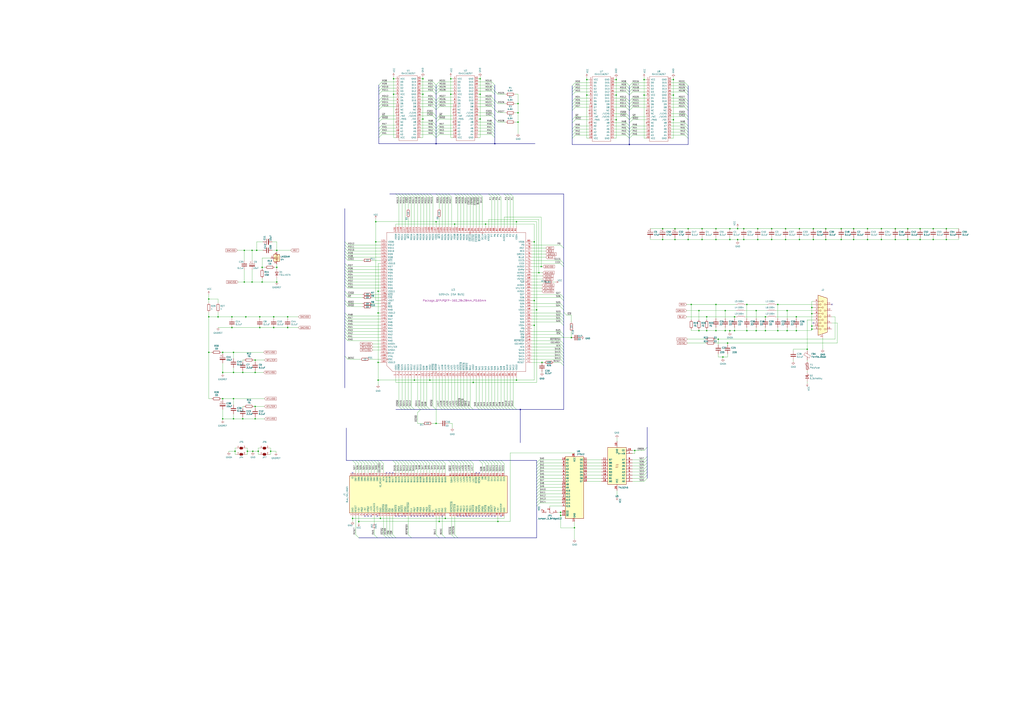
<source format=kicad_sch>
(kicad_sch
	(version 20250114)
	(generator "eeschema")
	(generator_version "9.0")
	(uuid "4a1fd320-e82a-408b-bd41-eddf9c8578fa")
	(paper "A1")
	
	(junction
		(at 312.42 426.085)
		(diameter 0)
		(color 0 0 0 0)
		(uuid "0187054e-dc64-441f-be06-bce37dffeb76")
	)
	(junction
		(at 438.785 267.335)
		(diameter 0)
		(color 0 0 0 0)
		(uuid "01b6eb94-1eef-4b81-bd35-3ded3609e64d")
	)
	(junction
		(at 209.55 334.01)
		(diameter 0)
		(color 0 0 0 0)
		(uuid "03d1fda2-a03c-4f28-b944-6d8102c87613")
	)
	(junction
		(at 460.375 421.005)
		(diameter 0)
		(color 0 0 0 0)
		(uuid "03e7cb55-61f1-4464-9503-ca6c2676631b")
	)
	(junction
		(at 209.55 295.91)
		(diameter 0)
		(color 0 0 0 0)
		(uuid "0523cecc-f0c3-479f-bf9b-e1870bea1a81")
	)
	(junction
		(at 360.68 428.625)
		(diameter 0)
		(color 0 0 0 0)
		(uuid "05b2ff9d-3c55-4117-bd2e-6e0e62ca01ee")
	)
	(junction
		(at 690.88 196.85)
		(diameter 0)
		(color 0 0 0 0)
		(uuid "05fdd3d0-2dae-408e-b8c5-e37a5aa66121")
	)
	(junction
		(at 554.355 187.96)
		(diameter 0)
		(color 0 0 0 0)
		(uuid "08913714-20d4-4bd8-84d2-3b13d3de02ff")
	)
	(junction
		(at 425.45 85.09)
		(diameter 0)
		(color 0 0 0 0)
		(uuid "08d45128-73cd-447d-8a22-ed7a783d901f")
	)
	(junction
		(at 199.39 306.07)
		(diameter 0)
		(color 0 0 0 0)
		(uuid "09b8f961-016a-4dd9-8a41-26236a46fa81")
	)
	(junction
		(at 638.81 271.78)
		(diameter 0)
		(color 0 0 0 0)
		(uuid "0a13acd6-0984-45b8-a8a1-d671f0d15d0b")
	)
	(junction
		(at 553.085 78.105)
		(diameter 0)
		(color 0 0 0 0)
		(uuid "0bf193ff-8aa7-4824-aa54-9f2e5d192b59")
	)
	(junction
		(at 723.9 196.85)
		(diameter 0)
		(color 0 0 0 0)
		(uuid "0c1a7b76-8268-41d7-9cdd-23599dc8d2b4")
	)
	(junction
		(at 171.45 245.745)
		(diameter 0)
		(color 0 0 0 0)
		(uuid "0c596f38-753c-4c5d-a53b-54702ff51335")
	)
	(junction
		(at 227.33 219.71)
		(diameter 0)
		(color 0 0 0 0)
		(uuid "0db8a95c-7935-4766-94ba-dc010919a89f")
	)
	(junction
		(at 215.265 231.775)
		(diameter 0)
		(color 0 0 0 0)
		(uuid "0e7d6fc4-65fa-4769-abb0-8a841d47f9c9")
	)
	(junction
		(at 207.01 231.775)
		(diameter 0)
		(color 0 0 0 0)
		(uuid "0fcb1f3f-cf81-440d-8bc7-96938e29ced3")
	)
	(junction
		(at 444.5 219.075)
		(diameter 0)
		(color 0 0 0 0)
		(uuid "123b8c4c-b5be-4841-909e-715570cc3e2e")
	)
	(junction
		(at 723.9 187.96)
		(diameter 0)
		(color 0 0 0 0)
		(uuid "12450cc5-739f-4efc-91f2-6360b458e067")
	)
	(junction
		(at 646.43 255.27)
		(diameter 0)
		(color 0 0 0 0)
		(uuid "134ca02f-4492-4752-a26d-a621c078556f")
	)
	(junction
		(at 408.94 428.625)
		(diameter 0)
		(color 0 0 0 0)
		(uuid "142ac170-3690-49b8-8271-c858018e9e1a")
	)
	(junction
		(at 633.73 196.85)
		(diameter 0)
		(color 0 0 0 0)
		(uuid "17519989-103b-4428-bd26-34653d3cb047")
	)
	(junction
		(at 215.265 219.71)
		(diameter 0)
		(color 0 0 0 0)
		(uuid "17e9e2a9-b6b1-4679-8ba9-8ff770d0c6a5")
	)
	(junction
		(at 310.515 312.42)
		(diameter 0)
		(color 0 0 0 0)
		(uuid "19da9c58-5bc3-4dbe-8ff8-0034bf3750cd")
	)
	(junction
		(at 678.18 187.96)
		(diameter 0)
		(color 0 0 0 0)
		(uuid "19e3c397-c4f4-4c84-a939-888a529c09f7")
	)
	(junction
		(at 580.39 271.78)
		(diameter 0)
		(color 0 0 0 0)
		(uuid "1a37ffc3-95ea-4992-bb85-a312d91602aa")
	)
	(junction
		(at 668.02 196.85)
		(diameter 0)
		(color 0 0 0 0)
		(uuid "1be4699f-2755-407c-bfd5-eeb82f8c3e40")
	)
	(junction
		(at 712.47 196.85)
		(diameter 0)
		(color 0 0 0 0)
		(uuid "1c5d6a04-49dd-4cd2-94f3-14b07b8f5e79")
	)
	(junction
		(at 440.69 254.635)
		(diameter 0)
		(color 0 0 0 0)
		(uuid "1d552a4b-63b3-449d-9e0c-90590745244f")
	)
	(junction
		(at 199.39 344.17)
		(diameter 0)
		(color 0 0 0 0)
		(uuid "1ed878d7-598d-41f1-9a51-a1d4535f7a89")
	)
	(junction
		(at 668.02 187.96)
		(diameter 0)
		(color 0 0 0 0)
		(uuid "1fe10248-b808-40f9-ace9-9a551a1e4591")
	)
	(junction
		(at 370.205 64.77)
		(diameter 0)
		(color 0 0 0 0)
		(uuid "204ffd06-78ba-4ebb-b147-893c1053d186")
	)
	(junction
		(at 666.75 270.51)
		(diameter 0)
		(color 0 0 0 0)
		(uuid "2067da93-b9d6-4c69-b37e-1a25000a638b")
	)
	(junction
		(at 603.25 260.35)
		(diameter 0)
		(color 0 0 0 0)
		(uuid "21de7ab6-05b0-4062-b653-a1fa7b83f5d3")
	)
	(junction
		(at 735.33 187.96)
		(diameter 0)
		(color 0 0 0 0)
		(uuid "23acdcd4-0959-4b9c-8c86-574d0b1cf3c7")
	)
	(junction
		(at 666.75 267.97)
		(diameter 0)
		(color 0 0 0 0)
		(uuid "25f9b24d-9887-40ac-9f74-77e197b443fb")
	)
	(junction
		(at 574.04 271.78)
		(diameter 0)
		(color 0 0 0 0)
		(uuid "269e4948-4ad4-4a0d-89f8-5e392b62106b")
	)
	(junction
		(at 347.345 97.79)
		(diameter 0)
		(color 0 0 0 0)
		(uuid "26b93d93-f3ee-4792-ba95-7636623544d1")
	)
	(junction
		(at 182.88 289.56)
		(diameter 0)
		(color 0 0 0 0)
		(uuid "274b437c-4542-408d-a819-266b8f4ccc6f")
	)
	(junction
		(at 646.43 271.78)
		(diameter 0)
		(color 0 0 0 0)
		(uuid "2a6ea6d2-5c19-4e8d-b6ee-91f23978498e")
	)
	(junction
		(at 506.095 78.105)
		(diameter 0)
		(color 0 0 0 0)
		(uuid "2aa9b85a-4c7f-430c-8c12-d96ce99555d9")
	)
	(junction
		(at 654.05 260.35)
		(diameter 0)
		(color 0 0 0 0)
		(uuid "2b16ba0c-9680-4eff-9cc7-534202910910")
	)
	(junction
		(at 347.345 64.77)
		(diameter 0)
		(color 0 0 0 0)
		(uuid "2bb9b394-4df4-46bd-8581-9412acb7167c")
	)
	(junction
		(at 171.45 260.35)
		(diameter 0)
		(color 0 0 0 0)
		(uuid "2d38fb27-824d-47a3-823b-3c4b752aa4fe")
	)
	(junction
		(at 191.77 306.07)
		(diameter 0)
		(color 0 0 0 0)
		(uuid "2db78267-99f8-4070-955b-7bf91e694303")
	)
	(junction
		(at 755.65 187.96)
		(diameter 0)
		(color 0 0 0 0)
		(uuid "2f1e9ecf-85ec-4662-a892-8bbca0aeff59")
	)
	(junction
		(at 190.5 260.35)
		(diameter 0)
		(color 0 0 0 0)
		(uuid "2f48abc8-ecb7-4834-aec3-4fcc35507bf7")
	)
	(junction
		(at 209.55 306.07)
		(diameter 0)
		(color 0 0 0 0)
		(uuid "2f70865d-52c2-4d66-b484-3d4069d3b202")
	)
	(junction
		(at 628.65 271.78)
		(diameter 0)
		(color 0 0 0 0)
		(uuid "2fb68136-169b-4eea-8b17-035816a377cf")
	)
	(junction
		(at 745.49 187.96)
		(diameter 0)
		(color 0 0 0 0)
		(uuid "34b369b0-ba28-49b9-acc5-6fdffdf10b11")
	)
	(junction
		(at 645.16 187.96)
		(diameter 0)
		(color 0 0 0 0)
		(uuid "351512df-9b5b-4eba-bec1-fac92a26ea25")
	)
	(junction
		(at 310.515 239.395)
		(diameter 0)
		(color 0 0 0 0)
		(uuid "352b5536-94a3-4c15-85b3-9b02cf724a0f")
	)
	(junction
		(at 605.79 187.96)
		(diameter 0)
		(color 0 0 0 0)
		(uuid "353fa08c-ddce-4254-a4bb-a9d06f1207fb")
	)
	(junction
		(at 745.49 196.85)
		(diameter 0)
		(color 0 0 0 0)
		(uuid "356afa7a-61b8-4d3d-8222-7c4f1fc92939")
	)
	(junction
		(at 521.335 370.205)
		(diameter 0)
		(color 0 0 0 0)
		(uuid "392f91b3-b60e-4070-87af-dffa3d864122")
	)
	(junction
		(at 544.195 196.85)
		(diameter 0)
		(color 0 0 0 0)
		(uuid "39c926a0-02a9-47bf-92a4-c837bb688f3d")
	)
	(junction
		(at 567.69 250.19)
		(diameter 0)
		(color 0 0 0 0)
		(uuid "3ad194b9-569b-4428-91ab-452e616b6797")
	)
	(junction
		(at 544.195 187.96)
		(diameter 0)
		(color 0 0 0 0)
		(uuid "41e194de-f447-4cb5-889d-5e81433412d5")
	)
	(junction
		(at 289.56 426.085)
		(diameter 0)
		(color 0 0 0 0)
		(uuid "434ab4ce-e8dc-48dc-bd5c-c6d30b0d34d2")
	)
	(junction
		(at 666.75 252.73)
		(diameter 0)
		(color 0 0 0 0)
		(uuid "489c9e4a-3f84-407c-9c34-830f7b2c21ed")
	)
	(junction
		(at 656.59 187.96)
		(diameter 0)
		(color 0 0 0 0)
		(uuid "48fda72f-d557-46f8-9989-f12f380ead51")
	)
	(junction
		(at 755.65 196.85)
		(diameter 0)
		(color 0 0 0 0)
		(uuid "4acbc81e-9324-4eaf-81f4-60cd58d1dd99")
	)
	(junction
		(at 777.24 196.85)
		(diameter 0)
		(color 0 0 0 0)
		(uuid "4bad5c4e-aabb-4df1-a664-d4a45dbc5513")
	)
	(junction
		(at 222.25 370.84)
		(diameter 0)
		(color 0 0 0 0)
		(uuid "4c1544b7-97d0-4a45-ab6b-429758051d30")
	)
	(junction
		(at 638.81 250.19)
		(diameter 0)
		(color 0 0 0 0)
		(uuid "4f7ca6bd-e3d0-43b3-a877-a11fefc4c01c")
	)
	(junction
		(at 236.22 260.35)
		(diameter 0)
		(color 0 0 0 0)
		(uuid "5009ba3d-7483-4690-86d3-45ec27414b6f")
	)
	(junction
		(at 610.87 187.96)
		(diameter 0)
		(color 0 0 0 0)
		(uuid "52138677-128d-4184-80e5-90eca116c082")
	)
	(junction
		(at 712.47 187.96)
		(diameter 0)
		(color 0 0 0 0)
		(uuid "5348a837-b653-434f-90fc-026216f3afbb")
	)
	(junction
		(at 766.445 196.85)
		(diameter 0)
		(color 0 0 0 0)
		(uuid "564f2735-ebd1-46b2-b4c7-abfe0a929975")
	)
	(junction
		(at 595.63 255.27)
		(diameter 0)
		(color 0 0 0 0)
		(uuid "572c0e93-5df8-4c31-9418-49a78b86b8e9")
	)
	(junction
		(at 201.93 260.35)
		(diameter 0)
		(color 0 0 0 0)
		(uuid "57a076bd-a8b3-419f-96f2-dad1f92a30f2")
	)
	(junction
		(at 628.65 260.35)
		(diameter 0)
		(color 0 0 0 0)
		(uuid "58c7e6aa-3ed2-44ea-8e57-508522df6d8d")
	)
	(junction
		(at 574.04 255.27)
		(diameter 0)
		(color 0 0 0 0)
		(uuid "5a08a6ae-30ad-4cb8-a31c-9ccad745f51d")
	)
	(junction
		(at 427.355 336.55)
		(diameter 0)
		(color 0 0 0 0)
		(uuid "5a0b4de8-0c45-40d2-9315-bfb9ca62f2e8")
	)
	(junction
		(at 621.03 271.78)
		(diameter 0)
		(color 0 0 0 0)
		(uuid "5cb6ace4-ca61-44b6-8d52-dafbb6d84bfb")
	)
	(junction
		(at 370.205 77.47)
		(diameter 0)
		(color 0 0 0 0)
		(uuid "5ce5f16f-6585-4af4-8012-84dac0947e05")
	)
	(junction
		(at 445.135 297.815)
		(diameter 0)
		(color 0 0 0 0)
		(uuid "5fa609d6-c0f7-4e52-804c-8ae8ff1e6e4b")
	)
	(junction
		(at 599.44 271.78)
		(diameter 0)
		(color 0 0 0 0)
		(uuid "61a218ac-d011-4bec-b5b3-4a8ea63de5c8")
	)
	(junction
		(at 310.515 257.175)
		(diameter 0)
		(color 0 0 0 0)
		(uuid "63c900de-2d52-4bc6-a0e7-6b3e93bdc1fe")
	)
	(junction
		(at 588.01 271.78)
		(diameter 0)
		(color 0 0 0 0)
		(uuid "65ba1c94-62c7-434d-9352-0a1931c8cf63")
	)
	(junction
		(at 588.01 187.96)
		(diameter 0)
		(color 0 0 0 0)
		(uuid "661ec6e6-7918-4611-902e-2ddeebf1edc8")
	)
	(junction
		(at 735.33 196.85)
		(diameter 0)
		(color 0 0 0 0)
		(uuid "67ae4153-b171-4e02-8bec-ccd2683d1962")
	)
	(junction
		(at 394.335 97.79)
		(diameter 0)
		(color 0 0 0 0)
		(uuid "6a3290e0-4349-4b29-9649-03b1888e2744")
	)
	(junction
		(at 565.15 196.85)
		(diameter 0)
		(color 0 0 0 0)
		(uuid "6a50f321-51a2-4c5b-ad69-eb3c48f1fc40")
	)
	(junction
		(at 200.66 231.775)
		(diameter 0)
		(color 0 0 0 0)
		(uuid "6a68d2ec-b11d-4901-ada3-7709298e166b")
	)
	(junction
		(at 460.375 423.545)
		(diameter 0)
		(color 0 0 0 0)
		(uuid "6ac040f6-8cf3-4913-aa4d-e65a3abede14")
	)
	(junction
		(at 224.79 260.35)
		(diameter 0)
		(color 0 0 0 0)
		(uuid "6bbdacf1-b5a5-49f8-bbf1-9fff7f2c97b1")
	)
	(junction
		(at 394.335 64.77)
		(diameter 0)
		(color 0 0 0 0)
		(uuid "700ac8d7-1d87-411c-ba80-a9d45b00eb3a")
	)
	(junction
		(at 203.2 370.84)
		(diameter 0)
		(color 0 0 0 0)
		(uuid "70374f98-8cfd-4964-9472-c489a3df7e38")
	)
	(junction
		(at 358.14 118.11)
		(diameter 0)
		(color 0 0 0 0)
		(uuid "74b4396d-d154-45ad-8505-29f78132f4b6")
	)
	(junction
		(at 212.09 370.84)
		(diameter 0)
		(color 0 0 0 0)
		(uuid "7564b637-5acb-4d22-8feb-9ed8dad36ec0")
	)
	(junction
		(at 554.355 196.85)
		(diameter 0)
		(color 0 0 0 0)
		(uuid "75d5cf86-61f5-40fb-9f73-087929e9439c")
	)
	(junction
		(at 373.38 184.15)
		(diameter 0)
		(color 0 0 0 0)
		(uuid "78044c01-fb50-46e2-8fa3-c565ab11299b")
	)
	(junction
		(at 633.73 187.96)
		(diameter 0)
		(color 0 0 0 0)
		(uuid "79ad72d7-65e6-4251-8048-3d8a422a8fd7")
	)
	(junction
		(at 516.89 118.745)
		(diameter 0)
		(color 0 0 0 0)
		(uuid "79d007d1-971f-4676-84ec-6c286d4ac0a0")
	)
	(junction
		(at 666.75 257.81)
		(diameter 0)
		(color 0 0 0 0)
		(uuid "7b5736b6-6ff3-49eb-8089-08fc320a7379")
	)
	(junction
		(at 580.39 260.35)
		(diameter 0)
		(color 0 0 0 0)
		(uuid "8142028d-c463-412b-993f-5fef111d6883")
	)
	(junction
		(at 182.88 344.17)
		(diameter 0)
		(color 0 0 0 0)
		(uuid "834866e3-9eb0-4df3-9389-ed1bd2fcfff4")
	)
	(junction
		(at 603.25 271.78)
		(diameter 0)
		(color 0 0 0 0)
		(uuid "85f640cf-45a6-43f0-91ef-ff2d3c94b173")
	)
	(junction
		(at 294.64 428.625)
		(diameter 0)
		(color 0 0 0 0)
		(uuid "8acda848-ab69-4c77-b5fe-3e6217d6907a")
	)
	(junction
		(at 207.645 370.84)
		(diameter 0)
		(color 0 0 0 0)
		(uuid "8b50ff47-ee69-4646-a238-d9a7036bbbfa")
	)
	(junction
		(at 438.785 198.755)
		(diameter 0)
		(color 0 0 0 0)
		(uuid "8d1f9a1f-1802-4099-93c8-d4f7879480b0")
	)
	(junction
		(at 191.77 289.56)
		(diameter 0)
		(color 0 0 0 0)
		(uuid "90e0007c-9b09-4d8c-8493-7eb0560921fd")
	)
	(junction
		(at 193.04 370.84)
		(diameter 0)
		(color 0 0 0 0)
		(uuid "93773374-e48f-4ef9-933a-60baff3dcb04")
	)
	(junction
		(at 213.36 269.24)
		(diameter 0)
		(color 0 0 0 0)
		(uuid "9744eef9-6bcc-4675-bc64-61a0d7d3b5e6")
	)
	(junction
		(at 227.33 205.74)
		(diameter 0)
		(color 0 0 0 0)
		(uuid "980b89fd-acce-49fe-a166-c1310786a603")
	)
	(junction
		(at 365.76 426.085)
		(diameter 0)
		(color 0 0 0 0)
		(uuid "99d847ab-e304-49f0-b0fa-abf7dd4a7a96")
	)
	(junction
		(at 340.36 312.42)
		(diameter 0)
		(color 0 0 0 0)
		(uuid "9bf96a71-1861-427b-9bb9-598dd02f0082")
	)
	(junction
		(at 588.01 250.19)
		(diameter 0)
		(color 0 0 0 0)
		(uuid "9e1a7275-c325-492b-9844-31ca164a9ad5")
	)
	(junction
		(at 613.41 250.19)
		(diameter 0)
		(color 0 0 0 0)
		(uuid "9eeaf640-2177-488a-a539-b6383d3c5a27")
	)
	(junction
		(at 213.36 260.35)
		(diameter 0)
		(color 0 0 0 0)
		(uuid "9f017307-6419-4e2e-8bda-c386e48d2115")
	)
	(junction
		(at 610.87 196.85)
		(diameter 0)
		(color 0 0 0 0)
		(uuid "a06480ee-b0d0-4064-aae1-8b02f7b254ac")
	)
	(junction
		(at 224.79 269.24)
		(diameter 0)
		(color 0 0 0 0)
		(uuid "a13261ed-8d93-44b6-8ce9-2f655c063dcb")
	)
	(junction
		(at 576.58 187.96)
		(diameter 0)
		(color 0 0 0 0)
		(uuid "a1d71b1c-b60f-4da7-a27c-4c7ccec76221")
	)
	(junction
		(at 528.955 65.405)
		(diameter 0)
		(color 0 0 0 0)
		(uuid "a282b8c2-7d2b-4cfa-936c-4be166f87e55")
	)
	(junction
		(at 553.085 98.425)
		(diameter 0)
		(color 0 0 0 0)
		(uuid "a4f8091e-3f76-46c1-a709-ba8207b20af3")
	)
	(junction
		(at 621.03 255.27)
		(diameter 0)
		(color 0 0 0 0)
		(uuid "a611d33c-ec85-4af2-982f-97fe0f58124b")
	)
	(junction
		(at 200.66 205.74)
		(diameter 0)
		(color 0 0 0 0)
		(uuid "a94e6445-d4ba-4ddf-9ee3-4e45071fc4b1")
	)
	(junction
		(at 442.595 224.155)
		(diameter 0)
		(color 0 0 0 0)
		(uuid "ad82e3ec-61ea-4bb4-aebd-218a347a946a")
	)
	(junction
		(at 358.14 347.98)
		(diameter 0)
		(color 0 0 0 0)
		(uuid "ae625cbb-df39-4000-8ddc-25e020ddb9bf")
	)
	(junction
		(at 599.44 187.96)
		(diameter 0)
		(color 0 0 0 0)
		(uuid "aec45361-2400-4a20-9608-bb8e2a934a39")
	)
	(junction
		(at 662.94 287.02)
		(diameter 0)
		(color 0 0 0 0)
		(uuid "b03b6674-8dec-4d8d-b5cc-ccb734732277")
	)
	(junction
		(at 589.915 278.765)
		(diameter 0)
		(color 0 0 0 0)
		(uuid "b1347c69-337e-4070-a26e-89e441a26483")
	)
	(junction
		(at 182.88 306.07)
		(diameter 0)
		(color 0 0 0 0)
		(uuid "b3a238d7-e4d1-46b4-b07b-bdd955fbb18e")
	)
	(junction
		(at 777.24 187.96)
		(diameter 0)
		(color 0 0 0 0)
		(uuid "b3adffa2-6e81-4b45-a58a-809232b36994")
	)
	(junction
		(at 565.15 187.96)
		(diameter 0)
		(color 0 0 0 0)
		(uuid "b5b3f534-1c9d-4d17-9f86-c718bfc64b46")
	)
	(junction
		(at 528.955 78.105)
		(diameter 0)
		(color 0 0 0 0)
		(uuid "b62f546f-dc63-4770-a029-6c244c108720")
	)
	(junction
		(at 424.18 312.42)
		(diameter 0)
		(color 0 0 0 0)
		(uuid "b74a336d-1f67-493c-bca8-b02f14afeeac")
	)
	(junction
		(at 622.3 196.85)
		(diameter 0)
		(color 0 0 0 0)
		(uuid "b7b66f27-39aa-46cc-a7ef-0a302b9f99e5")
	)
	(junction
		(at 595.63 271.78)
		(diameter 0)
		(color 0 0 0 0)
		(uuid "b7ec1ed7-9643-43d7-9d3c-58effc2cc096")
	)
	(junction
		(at 179.07 260.35)
		(diameter 0)
		(color 0 0 0 0)
		(uuid "b86a1fdc-5a39-446c-81cd-ca9e9b7003ab")
	)
	(junction
		(at 424.18 182.245)
		(diameter 0)
		(color 0 0 0 0)
		(uuid "ba69eead-5bd8-42a0-b4c8-34766418cd38")
	)
	(junction
		(at 553.085 65.405)
		(diameter 0)
		(color 0 0 0 0)
		(uuid "bb27a714-b11a-469a-90b6-15c6b2f75247")
	)
	(junction
		(at 481.965 78.105)
		(diameter 0)
		(color 0 0 0 0)
		(uuid "bd4326ca-ac2e-4975-9865-55cc21d7e93f")
	)
	(junction
		(at 209.55 344.17)
		(diameter 0)
		(color 0 0 0 0)
		(uuid "bee417ac-3cd2-485d-a613-060771a4ad1d")
	)
	(junction
		(at 701.04 196.85)
		(diameter 0)
		(color 0 0 0 0)
		(uuid "c057755c-f154-4a43-92b2-f765e37c8665")
	)
	(junction
		(at 656.59 196.85)
		(diameter 0)
		(color 0 0 0 0)
		(uuid "c0bce121-2003-49d1-a3a6-7dab2947e556")
	)
	(junction
		(at 593.725 293.37)
		(diameter 0)
		(color 0 0 0 0)
		(uuid "c1480c03-15c8-45b8-b19d-cad711db207c")
	)
	(junction
		(at 506.095 65.405)
		(diameter 0)
		(color 0 0 0 0)
		(uuid "c16f7598-b6bb-4c7f-9876-085ed35e9bf5")
	)
	(junction
		(at 654.05 271.78)
		(diameter 0)
		(color 0 0 0 0)
		(uuid "c370b5e2-b35f-4601-9154-b9e46418649d")
	)
	(junction
		(at 597.535 281.94)
		(diameter 0)
		(color 0 0 0 0)
		(uuid "c428ffc4-dfee-4d7f-b0c8-df84c3256cd0")
	)
	(junction
		(at 394.335 77.47)
		(diameter 0)
		(color 0 0 0 0)
		(uuid "c555b576-928d-4e05-9ea9-72a810ed69b2")
	)
	(junction
		(at 398.78 184.15)
		(diameter 0)
		(color 0 0 0 0)
		(uuid "c860ebbf-a5eb-4380-8fad-4bf3eae1006f")
	)
	(junction
		(at 353.06 312.42)
		(diameter 0)
		(color 0 0 0 0)
		(uuid "c866c48a-3ad0-45bc-9be0-a7b29b84ea17")
	)
	(junction
		(at 190.5 269.24)
		(diameter 0)
		(color 0 0 0 0)
		(uuid "c87a12a9-6b0c-4631-b662-bc9f4fd1248c")
	)
	(junction
		(at 236.22 269.24)
		(diameter 0)
		(color 0 0 0 0)
		(uuid "c9a95559-8994-410f-85bd-4c6708de3a27")
	)
	(junction
		(at 323.215 64.77)
		(diameter 0)
		(color 0 0 0 0)
		(uuid "ca8b0d94-5cbe-4324-b217-9e0f807b2632")
	)
	(junction
		(at 576.58 196.85)
		(diameter 0)
		(color 0 0 0 0)
		(uuid "caca8e5d-906d-42df-aedf-2999ab85f022")
	)
	(junction
		(at 323.215 77.47)
		(diameter 0)
		(color 0 0 0 0)
		(uuid "d142ff06-b1ee-45f5-9314-f7cc57f1e36f")
	)
	(junction
		(at 308.61 182.245)
		(diameter 0)
		(color 0 0 0 0)
		(uuid "d39d9582-dd01-4384-8995-c8c377730475")
	)
	(junction
		(at 425.45 100.33)
		(diameter 0)
		(color 0 0 0 0)
		(uuid "d4671f5a-cc97-492e-9cea-81712a8f2c0a")
	)
	(junction
		(at 210.82 205.74)
		(diameter 0)
		(color 0 0 0 0)
		(uuid "d51aa14c-25f0-4421-839c-46789c748aa0")
	)
	(junction
		(at 438.785 247.015)
		(diameter 0)
		(color 0 0 0 0)
		(uuid "d6bd591d-8ca6-42d3-9f97-30b56334f9c5")
	)
	(junction
		(at 766.445 187.96)
		(diameter 0)
		(color 0 0 0 0)
		(uuid "d7423bb6-1fff-4212-b027-2b065eacc79e")
	)
	(junction
		(at 506.095 98.425)
		(diameter 0)
		(color 0 0 0 0)
		(uuid "d8ef6814-8207-4dea-ae5a-38f826777896")
	)
	(junction
		(at 308.61 198.755)
		(diameter 0)
		(color 0 0 0 0)
		(uuid "d8f840b4-6328-4032-b358-b2162dbc2241")
	)
	(junction
		(at 182.88 327.66)
		(diameter 0)
		(color 0 0 0 0)
		(uuid "d9225c03-e5dd-4828-9ae3-3db4b87433b1")
	)
	(junction
		(at 310.515 297.815)
		(diameter 0)
		(color 0 0 0 0)
		(uuid "d9b0ecd7-4b86-432a-98a5-863e83501dcb")
	)
	(junction
		(at 227.33 231.775)
		(diameter 0)
		(color 0 0 0 0)
		(uuid "dbc233c1-c745-4a95-8620-a2fb2a33644f")
	)
	(junction
		(at 701.04 187.96)
		(diameter 0)
		(color 0 0 0 0)
		(uuid "e0617493-0bd9-4ee7-a3a5-feaf0c4d6fc0")
	)
	(junction
		(at 406.4 118.11)
		(diameter 0)
		(color 0 0 0 0)
		(uuid "e113bca0-9fef-4aa8-8b03-7702352f60b8")
	)
	(junction
		(at 645.16 196.85)
		(diameter 0)
		(color 0 0 0 0)
		(uuid "e2d5ebf6-f420-4e74-b3a4-a68c172b8a9e")
	)
	(junction
		(at 347.345 77.47)
		(diameter 0)
		(color 0 0 0 0)
		(uuid "e33eca07-66cd-415d-b96a-fd47bb200ea2")
	)
	(junction
		(at 191.77 327.66)
		(diameter 0)
		(color 0 0 0 0)
		(uuid "e3b0a2fb-81ea-4534-9883-824dc1be85f4")
	)
	(junction
		(at 690.88 187.96)
		(diameter 0)
		(color 0 0 0 0)
		(uuid "e4174e01-ca43-48fc-a98b-e94fe6f4b3ba")
	)
	(junction
		(at 358.14 182.245)
		(diameter 0)
		(color 0 0 0 0)
		(uuid "e6032ba3-1d8b-464c-80e4-09af801e56ad")
	)
	(junction
		(at 471.805 433.705)
		(diameter 0)
		(color 0 0 0 0)
		(uuid "e6085fe4-fe51-4426-8404-fe833f6d461c")
	)
	(junction
		(at 588.01 196.85)
		(diameter 0)
		(color 0 0 0 0)
		(uuid "e6544fce-6bd1-437c-93b8-3a77f52ffaa1")
	)
	(junction
		(at 678.18 196.85)
		(diameter 0)
		(color 0 0 0 0)
		(uuid "eb9d8865-f58a-473c-ab1f-673f2d571adc")
	)
	(junction
		(at 469.265 277.495)
		(diameter 0)
		(color 0 0 0 0)
		(uuid "ebb945d3-56af-4b64-b2cf-a68f4525f078")
	)
	(junction
		(at 613.41 271.78)
		(diameter 0)
		(color 0 0 0 0)
		(uuid "ebef9409-7857-4791-a4ba-c7821ed82c15")
	)
	(junction
		(at 622.3 187.96)
		(diameter 0)
		(color 0 0 0 0)
		(uuid "f15bf0d0-7b84-462b-b9f7-7a26133923d5")
	)
	(junction
		(at 425.45 92.71)
		(diameter 0)
		(color 0 0 0 0)
		(uuid "f1f56f4f-ad3d-4df8-a724-9d5a359c72ef")
	)
	(junction
		(at 388.62 314.325)
		(diameter 0)
		(color 0 0 0 0)
		(uuid "f242b64f-fbce-4972-a409-41f5b119c86b")
	)
	(junction
		(at 171.45 289.56)
		(diameter 0)
		(color 0 0 0 0)
		(uuid "f52d0567-8b71-4b16-a105-3f2a7eea5c29")
	)
	(junction
		(at 599.44 196.85)
		(diameter 0)
		(color 0 0 0 0)
		(uuid "f688620c-bf24-49bc-a765-13bff4a9570e")
	)
	(junction
		(at 191.77 344.17)
		(diameter 0)
		(color 0 0 0 0)
		(uuid "f7c54cdf-cd59-4e9e-beb3-6170d4caf1e3")
	)
	(junction
		(at 481.965 65.405)
		(diameter 0)
		(color 0 0 0 0)
		(uuid "f8d549f9-5bbd-4754-b3db-b9a2851f5f2c")
	)
	(junction
		(at 605.79 196.85)
		(diameter 0)
		(color 0 0 0 0)
		(uuid "fb976769-6c41-4a4d-bc6a-7d011982aba4")
	)
	(junction
		(at 207.01 205.74)
		(diameter 0)
		(color 0 0 0 0)
		(uuid "fd86af4d-ad50-4861-85d6-c1f64622fbc0")
	)
	(no_connect
		(at 388.62 424.18)
		(uuid "05590cab-7a96-4bd5-be43-79793552d73a")
	)
	(no_connect
		(at 347.98 424.18)
		(uuid "06097f32-eb18-4ac0-b65f-0c6b6f95ec2c")
	)
	(no_connect
		(at 398.78 424.18)
		(uuid "0a2c2dc7-f0bf-4829-b9bb-a8ad4d7cdac4")
	)
	(no_connect
		(at 322.58 388.62)
		(uuid "11415f50-ab24-4f9f-a133-0e09f06e3b22")
	)
	(no_connect
		(at 317.5 388.62)
		(uuid "171609c5-0497-4915-8051-664d8f65e0f1")
	)
	(no_connect
		(at 363.22 424.18)
		(uuid "1988c41a-1147-4301-9a79-e05d55b9020b")
	)
	(no_connect
		(at 327.66 424.18)
		(uuid "19bfdba8-47f8-412f-8103-3f39b2927923")
	)
	(no_connect
		(at 396.24 424.18)
		(uuid "1fada2f3-c0d5-47ed-bb18-874bee4cba2f")
	)
	(no_connect
		(at 411.48 424.18)
		(uuid "280b1471-8f17-49e3-8f2d-040c3115bd98")
	)
	(no_connect
		(at 391.16 424.18)
		(uuid "2860b613-9560-4484-89fe-77b966d2992d")
	)
	(no_connect
		(at 320.04 388.62)
		(uuid "2aee466a-e30c-4202-987c-676a0af5edf0")
	)
	(no_connect
		(at 403.86 424.18)
		(uuid "404570c5-1dec-40ea-a8b0-0f822d68895e")
	)
	(no_connect
		(at 393.7 388.62)
		(uuid "439da68c-dbb5-4b0e-9245-b01c55c05352")
	)
	(no_connect
		(at 302.26 424.18)
		(uuid "498198aa-9f13-454f-b5bb-90040689216f")
	)
	(no_connect
		(at 386.08 424.18)
		(uuid "49a3b5ac-2e80-4dc5-a03e-05b0630830fd")
	)
	(no_connect
		(at 401.32 424.18)
		(uuid "5d524f8b-4ba0-4465-b778-e5f249fde12f")
	)
	(no_connect
		(at 350.52 424.18)
		(uuid "69baa5aa-387d-46de-b856-9cd6f2288dbf")
	)
	(no_connect
		(at 406.4 424.18)
		(uuid "71cd4371-dca6-4d56-8cd9-d19781b4cabb")
	)
	(no_connect
		(at 381 424.18)
		(uuid "844b78f0-5d33-4062-9bbd-f57a81b0c98b")
	)
	(no_connect
		(at 353.06 424.18)
		(uuid "867ad2f9-79a6-4fa1-8480-a6de626a1b10")
	)
	(no_connect
		(at 325.12 424.18)
		(uuid "8a89e39e-3117-4622-be30-03b2a8ea618d")
	)
	(no_connect
		(at 332.74 424.18)
		(uuid "8cc7ffb7-f224-4619-9387-be51f1e05549")
	)
	(no_connect
		(at 375.92 424.18)
		(uuid "93aa0935-7d92-4200-a7fe-3f2d253b505f")
	)
	(no_connect
		(at 299.72 424.18)
		(uuid "9f543c91-0163-44e5-802c-d365655f8d2b")
	)
	(no_connect
		(at 342.9 424.18)
		(uuid "a3bea11b-c2e1-4632-9bc5-4fea3e6a7df6")
	)
	(no_connect
		(at 355.6 424.18)
		(uuid "bf9f5722-d9e0-4de1-bff4-35a49e26579f")
	)
	(no_connect
		(at 668.02 265.43)
		(uuid "c8e8f0ac-deb1-461c-a8f7-a931cb96fca5")
	)
	(no_connect
		(at 378.46 424.18)
		(uuid "c92f9eaa-2df0-4898-97e9-7d1c7bb07045")
	)
	(no_connect
		(at 330.2 424.18)
		(uuid "caf02c10-a0d9-4b07-83f6-190b867f38b1")
	)
	(no_connect
		(at 304.8 424.18)
		(uuid "d752344b-de22-4362-9773-4948a78c022d")
	)
	(no_connect
		(at 383.54 424.18)
		(uuid "d76c2619-1915-4def-ac7c-850ff896effc")
	)
	(no_connect
		(at 391.16 388.62)
		(uuid "d8aea6d6-83be-41ac-a94a-ee09393b80a3")
	)
	(no_connect
		(at 309.88 424.18)
		(uuid "dcb75841-4770-4c98-b279-a38ad708549d")
	)
	(no_connect
		(at 393.7 424.18)
		(uuid "dceeea01-195c-4bf5-9dd5-42b55d63d904")
	)
	(no_connect
		(at 337.82 424.18)
		(uuid "e7ee2980-4645-4ad7-b71e-f35a0928d6a2")
	)
	(no_connect
		(at 289.56 388.62)
		(uuid "ed5e1917-ed01-4532-a57a-61349cbbf01d")
	)
	(no_connect
		(at 683.26 250.19)
		(uuid "ee30f303-bc85-4ca2-9a14-df2c15d90c8e")
	)
	(no_connect
		(at 345.44 424.18)
		(uuid "f13ae9ed-04ef-4889-8ce9-c81facdb53e8")
	)
	(no_connect
		(at 340.36 424.18)
		(uuid "f3431e22-d6d2-4eff-ae39-f4fbf42fd146")
	)
	(bus_entry
		(at 519.43 111.125)
		(size -2.54 2.54)
		(stroke
			(width 0)
			(type default)
		)
		(uuid "00ea496f-7077-4795-b7d5-019842f7488c")
	)
	(bus_entry
		(at 514.35 85.725)
		(size 2.54 2.54)
		(stroke
			(width 0)
			(type default)
		)
		(uuid "01d802c3-bfbf-4224-ae79-931493e365a9")
	)
	(bus_entry
		(at 347.98 381)
		(size -2.54 -2.54)
		(stroke
			(width 0)
			(type default)
		)
		(uuid "036f098b-23f0-48ce-bbd6-7f0f3b36f560")
	)
	(bus_entry
		(at 345.44 334.01)
		(size 2.54 2.54)
		(stroke
			(width 0)
			(type default)
		)
		(uuid "04bd42b8-4e8c-49bf-b60c-1ef97e012d0b")
	)
	(bus_entry
		(at 309.88 381)
		(size -2.54 -2.54)
		(stroke
			(width 0)
			(type default)
		)
		(uuid "0606a2b3-2990-4037-b22d-48e0005e5ad6")
	)
	(bus_entry
		(at 330.2 159.385)
		(size 2.54 2.54)
		(stroke
			(width 0)
			(type default)
		)
		(uuid "071e6180-d789-4eb6-a446-fc882a9329f4")
	)
	(bus_entry
		(at 360.68 74.93)
		(size -2.54 2.54)
		(stroke
			(width 0)
			(type default)
		)
		(uuid "07947fbc-2b2f-4076-8232-61f1da8684c3")
	)
	(bus_entry
		(at 297.18 381)
		(size -2.54 -2.54)
		(stroke
			(width 0)
			(type default)
		)
		(uuid "0a46f447-a92d-43d6-9560-6cdb7778c38d")
	)
	(bus_entry
		(at 378.46 381)
		(size -2.54 -2.54)
		(stroke
			(width 0)
			(type default)
		)
		(uuid "0ab51481-bc5a-41f4-97ec-d31d33a4aa5c")
	)
	(bus_entry
		(at 283.21 211.455)
		(size 2.54 2.54)
		(stroke
			(width 0)
			(type default)
		)
		(uuid "0baece28-e1c2-45c1-bb36-7e576ad8404c")
	)
	(bus_entry
		(at 355.6 80.01)
		(size 2.54 2.54)
		(stroke
			(width 0)
			(type default)
		)
		(uuid "0c44c9df-b266-499c-b2aa-f217402cd2b4")
	)
	(bus_entry
		(at 528.955 395.605)
		(size 2.54 -2.54)
		(stroke
			(width 0)
			(type default)
		)
		(uuid "0c95d265-9698-495c-b8b7-f22458542c01")
	)
	(bus_entry
		(at 519.43 108.585)
		(size -2.54 2.54)
		(stroke
			(width 0)
			(type default)
		)
		(uuid "0df4b52b-8591-4140-8ed5-fdac00d1ffa5")
	)
	(bus_entry
		(at 519.43 88.265)
		(size -2.54 2.54)
		(stroke
			(width 0)
			(type default)
		)
		(uuid "0e085c5c-8fa0-4319-a017-b8a4221a2213")
	)
	(bus_entry
		(at 440.69 415.925)
		(size 2.54 -2.54)
		(stroke
			(width 0)
			(type default)
		)
		(uuid "0e0e0030-40f7-4b8e-8483-1f6745655fb0")
	)
	(bus_entry
		(at 313.69 67.31)
		(size -2.54 2.54)
		(stroke
			(width 0)
			(type default)
		)
		(uuid "0e2fd2f5-0ac1-49e1-abd8-2166338d8dab")
	)
	(bus_entry
		(at 337.82 381)
		(size -2.54 -2.54)
		(stroke
			(width 0)
			(type default)
		)
		(uuid "0e395f85-864c-4401-aa6d-283008cae126")
	)
	(bus_entry
		(at 419.1 159.385)
		(size 2.54 2.54)
		(stroke
			(width 0)
			(type default)
		)
		(uuid "0e9dce68-31eb-426a-8c0b-836102f52b03")
	)
	(bus_entry
		(at 375.92 334.01)
		(size 2.54 2.54)
		(stroke
			(width 0)
			(type default)
		)
		(uuid "0ec58dd4-a332-429e-b381-072966d64fac")
	)
	(bus_entry
		(at 460.375 241.935)
		(size 2.54 2.54)
		(stroke
			(width 0)
			(type default)
		)
		(uuid "0f4aeaaa-af2a-48ce-b1d7-597edf2c46f5")
	)
	(bus_entry
		(at 388.62 381)
		(size -2.54 -2.54)
		(stroke
			(width 0)
			(type default)
		)
		(uuid "100f1f40-867c-4d7b-ae85-fefbe6021bf8")
	)
	(bus_entry
		(at 398.78 381)
		(size -2.54 -2.54)
		(stroke
			(width 0)
			(type default)
		)
		(uuid "120a70fe-6d46-4742-8275-1bbb67119a85")
	)
	(bus_entry
		(at 528.955 370.205)
		(size 2.54 -2.54)
		(stroke
			(width 0)
			(type default)
		)
		(uuid "1269dfd8-0f84-47cb-b8e4-6684439c798c")
	)
	(bus_entry
		(at 440.69 387.985)
		(size 2.54 -2.54)
		(stroke
			(width 0)
			(type default)
		)
		(uuid "12f98ee9-0e3f-47c8-8f96-fd7927c0fd04")
	)
	(bus_entry
		(at 313.69 69.85)
		(size -2.54 2.54)
		(stroke
			(width 0)
			(type default)
		)
		(uuid "131f198c-5c34-4dd4-9a89-16524eb8535c")
	)
	(bus_entry
		(at 313.69 80.01)
		(size -2.54 2.54)
		(stroke
			(width 0)
			(type default)
		)
		(uuid "132a9786-7c96-4b13-a4a2-b798114c7f80")
	)
	(bus_entry
		(at 519.43 70.485)
		(size -2.54 2.54)
		(stroke
			(width 0)
			(type default)
		)
		(uuid "1403a429-da07-4a65-81d0-e0e787a40f45")
	)
	(bus_entry
		(at 370.84 439.42)
		(size 2.54 2.54)
		(stroke
			(width 0)
			(type default)
		)
		(uuid "144fbeb3-d656-4bea-80d4-ee2c06fef4fc")
	)
	(bus_entry
		(at 403.86 100.33)
		(size 2.54 2.54)
		(stroke
			(width 0)
			(type default)
		)
		(uuid "159b177b-1f13-4a23-a739-1ec755891430")
	)
	(bus_entry
		(at 460.375 274.955)
		(size 2.54 2.54)
		(stroke
			(width 0)
			(type default)
		)
		(uuid "16850b4e-8047-41c0-93b1-62651eb954aa")
	)
	(bus_entry
		(at 313.69 107.95)
		(size -2.54 2.54)
		(stroke
			(width 0)
			(type default)
		)
		(uuid "1725b234-1fd8-4785-9b06-c21c47ee670e")
	)
	(bus_entry
		(at 283.21 206.375)
		(size 2.54 2.54)
		(stroke
			(width 0)
			(type default)
		)
		(uuid "1762ade2-120b-4c28-9b37-d8869a1405cf")
	)
	(bus_entry
		(at 353.06 381)
		(size -2.54 -2.54)
		(stroke
			(width 0)
			(type default)
		)
		(uuid "1785669f-5c59-4d99-a40f-1915299e8121")
	)
	(bus_entry
		(at 562.61 70.485)
		(size 2.54 2.54)
		(stroke
			(width 0)
			(type default)
		)
		(uuid "179f18fd-3595-4c4d-9231-b68e6a71d813")
	)
	(bus_entry
		(at 378.46 159.385)
		(size 2.54 2.54)
		(stroke
			(width 0)
			(type default)
		)
		(uuid "18b4e154-e1ee-4cd5-ad50-0650ac0f7c5b")
	)
	(bus_entry
		(at 360.68 381)
		(size -2.54 -2.54)
		(stroke
			(width 0)
			(type default)
		)
		(uuid "1b71be2f-a643-4957-a8b6-78c197e92fb9")
	)
	(bus_entry
		(at 360.68 95.25)
		(size -2.54 2.54)
		(stroke
			(width 0)
			(type default)
		)
		(uuid "1ceb495e-533e-4edb-a055-71ff71760826")
	)
	(bus_entry
		(at 414.02 159.385)
		(size 2.54 2.54)
		(stroke
			(width 0)
			(type default)
		)
		(uuid "1d3f2606-65e4-4810-bf0e-1b6dd86a09bc")
	)
	(bus_entry
		(at 375.92 381)
		(size -2.54 -2.54)
		(stroke
			(width 0)
			(type default)
		)
		(uuid "1d577ec3-21de-4890-8806-282e584dfdaf")
	)
	(bus_entry
		(at 283.21 267.335)
		(size 2.54 2.54)
		(stroke
			(width 0)
			(type default)
		)
		(uuid "1dc68326-1fab-4e0c-9d9a-7356f23878d0")
	)
	(bus_entry
		(at 381 334.01)
		(size 2.54 2.54)
		(stroke
			(width 0)
			(type default)
		)
		(uuid "1e1ce7b1-19a0-46da-b3c3-2897f56484ad")
	)
	(bus_entry
		(at 519.43 85.725)
		(size -2.54 2.54)
		(stroke
			(width 0)
			(type default)
		)
		(uuid "1e88af32-a715-44c8-a128-aa7616a71686")
	)
	(bus_entry
		(at 460.375 257.175)
		(size 2.54 2.54)
		(stroke
			(width 0)
			(type default)
		)
		(uuid "1ee9d534-67bd-48e4-b49e-85fd9b995d4b")
	)
	(bus_entry
		(at 514.35 75.565)
		(size 2.54 2.54)
		(stroke
			(width 0)
			(type default)
		)
		(uuid "1f3e1614-bdd7-46c3-a5ba-abc1e41d7fa1")
	)
	(bus_entry
		(at 403.86 80.01)
		(size 2.54 2.54)
		(stroke
			(width 0)
			(type default)
		)
		(uuid "2066390c-c532-407b-b895-c7bffea68343")
	)
	(bus_entry
		(at 360.68 67.31)
		(size -2.54 2.54)
		(stroke
			(width 0)
			(type default)
		)
		(uuid "22e017f2-6858-48af-b5d8-b978f048e8b0")
	)
	(bus_entry
		(at 440.69 403.225)
		(size 2.54 -2.54)
		(stroke
			(width 0)
			(type default)
		)
		(uuid "2499161c-aac7-457c-b94d-2b8af735612a")
	)
	(bus_entry
		(at 355.6 105.41)
		(size 2.54 2.54)
		(stroke
			(width 0)
			(type default)
		)
		(uuid "26298c9a-4d4b-4dda-8ba1-3bf1206af72e")
	)
	(bus_entry
		(at 304.8 381)
		(size -2.54 -2.54)
		(stroke
			(width 0)
			(type default)
		)
		(uuid "26fb775c-8f26-4172-a13b-7aefb3a9537c")
	)
	(bus_entry
		(at 562.61 93.345)
		(size 2.54 2.54)
		(stroke
			(width 0)
			(type default)
		)
		(uuid "28834757-650c-42c2-9ef4-49e6fd76fa0c")
	)
	(bus_entry
		(at 283.21 216.535)
		(size 2.54 2.54)
		(stroke
			(width 0)
			(type default)
		)
		(uuid "28e4f83c-ecaf-4507-acb6-cd25d41c0fe9")
	)
	(bus_entry
		(at 373.38 159.385)
		(size 2.54 2.54)
		(stroke
			(width 0)
			(type default)
		)
		(uuid "28f3ed51-fc35-4478-be03-fdb638f89a44")
	)
	(bus_entry
		(at 358.14 159.385)
		(size 2.54 2.54)
		(stroke
			(width 0)
			(type default)
		)
		(uuid "2a596b4a-6d9c-4bec-8a3d-bc67a1d7dea0")
	)
	(bus_entry
		(at 411.48 381)
		(size -2.54 -2.54)
		(stroke
			(width 0)
			(type default)
		)
		(uuid "2b5b4dae-bde7-4991-b3d5-9eb1fb9514ce")
	)
	(bus_entry
		(at 414.02 381)
		(size -2.54 -2.54)
		(stroke
			(width 0)
			(type default)
		)
		(uuid "2e6f86e9-7335-4445-a772-6a19983cc5c9")
	)
	(bus_entry
		(at 440.69 405.765)
		(size 2.54 -2.54)
		(stroke
			(width 0)
			(type default)
		)
		(uuid "2ed8548d-5fe3-49b4-b8cf-dd391d1224ef")
	)
	(bus_entry
		(at 519.43 103.505)
		(size -2.54 2.54)
		(stroke
			(width 0)
			(type default)
		)
		(uuid "2fc9f091-d116-4f96-8fa2-363737e10c3e")
	)
	(bus_entry
		(at 292.1 439.42)
		(size 2.54 2.54)
		(stroke
			(width 0)
			(type default)
		)
		(uuid "301951e5-6295-450f-b70c-7d5a85ba4319")
	)
	(bus_entry
		(at 355.6 110.49)
		(size 2.54 2.54)
		(stroke
			(width 0)
			(type default)
		)
		(uuid "30493748-6f5c-4474-abb5-738260bd34e3")
	)
	(bus_entry
		(at 350.52 334.01)
		(size 2.54 2.54)
		(stroke
			(width 0)
			(type default)
		)
		(uuid "30edff54-a14b-4a7d-a15f-08792b547602")
	)
	(bus_entry
		(at 401.32 334.01)
		(size 2.54 2.54)
		(stroke
			(width 0)
			(type default)
		)
		(uuid "312c98c4-f0c6-4b74-a5c5-b774427040b0")
	)
	(bus_entry
		(at 403.86 85.09)
		(size 2.54 2.54)
		(stroke
			(width 0)
			(type default)
		)
		(uuid "3219c4f5-c7f2-48d1-929e-0f20a739eb7a")
	)
	(bus_entry
		(at 391.16 334.01)
		(size 2.54 2.54)
		(stroke
			(width 0)
			(type default)
		)
		(uuid "322f17af-e362-430d-b9d9-9793aacbfd33")
	)
	(bus_entry
		(at 360.68 87.63)
		(size -2.54 2.54)
		(stroke
			(width 0)
			(type default)
		)
		(uuid "32b368e9-baa1-4589-9e07-dd726e686db0")
	)
	(bus_entry
		(at 307.34 439.42)
		(size 2.54 2.54)
		(stroke
			(width 0)
			(type default)
		)
		(uuid "33fcf10d-a826-4486-95e7-d0bd05127959")
	)
	(bus_entry
		(at 401.32 159.385)
		(size 2.54 2.54)
		(stroke
			(width 0)
			(type default)
		)
		(uuid "3583bf4f-ee92-47be-b5ec-58e7f0728e61")
	)
	(bus_entry
		(at 307.34 381)
		(size -2.54 -2.54)
		(stroke
			(width 0)
			(type default)
		)
		(uuid "35d31074-672c-4d5c-af09-7a2a2399a8fc")
	)
	(bus_entry
		(at 472.44 80.645)
		(size -2.54 2.54)
		(stroke
			(width 0)
			(type default)
		)
		(uuid "36313659-5004-4f83-9764-998723fd852c")
	)
	(bus_entry
		(at 355.6 74.93)
		(size 2.54 2.54)
		(stroke
			(width 0)
			(type default)
		)
		(uuid "37cea082-467b-4640-a907-b26010322ef3")
	)
	(bus_entry
		(at 360.68 80.01)
		(size -2.54 2.54)
		(stroke
			(width 0)
			(type default)
		)
		(uuid "38a98d32-9116-43ea-a0ce-0f386dc07bb0")
	)
	(bus_entry
		(at 283.21 247.015)
		(size 2.54 2.54)
		(stroke
			(width 0)
			(type default)
		)
		(uuid "39f81f6d-c4a3-4b0c-858d-8fd32a4def47")
	)
	(bus_entry
		(at 528.955 385.445)
		(size 2.54 -2.54)
		(stroke
			(width 0)
			(type default)
		)
		(uuid "3a9df746-7609-4854-b588-d929e739d404")
	)
	(bus_entry
		(at 460.375 201.295)
		(size 2.54 2.54)
		(stroke
			(width 0)
			(type default)
		)
		(uuid "3b97082e-12c9-440b-afbe-19b058d495e5")
	)
	(bus_entry
		(at 355.6 95.25)
		(size 2.54 2.54)
		(stroke
			(width 0)
			(type default)
		)
		(uuid "3ce612fa-ade2-4ffd-bc63-bf742d00d42e")
	)
	(bus_entry
		(at 440.69 382.905)
		(size 2.54 -2.54)
		(stroke
			(width 0)
			(type default)
		)
		(uuid "3dd3c1c6-cbab-432a-9225-f798e294b38c")
	)
	(bus_entry
		(at 283.21 262.255)
		(size 2.54 2.54)
		(stroke
			(width 0)
			(type default)
		)
		(uuid "3e07656d-ed69-47d6-b1ca-28e0b7fb82fa")
	)
	(bus_entry
		(at 403.86 381)
		(size -2.54 -2.54)
		(stroke
			(width 0)
			(type default)
		)
		(uuid "3e85d924-4e21-42c9-9e7d-c3442c9780f1")
	)
	(bus_entry
		(at 283.21 274.955)
		(size 2.54 2.54)
		(stroke
			(width 0)
			(type default)
		)
		(uuid "3f123640-6b63-430c-b71a-c027f05bdd05")
	)
	(bus_entry
		(at 355.6 334.01)
		(size 2.54 2.54)
		(stroke
			(width 0)
			(type default)
		)
		(uuid "3fd26f78-b323-4306-8f19-17f4088be871")
	)
	(bus_entry
		(at 388.62 159.385)
		(size 2.54 2.54)
		(stroke
			(width 0)
			(type default)
		)
		(uuid "40a7297c-7bd7-4c56-9faf-db16f24d988a")
	)
	(bus_entry
		(at 519.43 73.025)
		(size -2.54 2.54)
		(stroke
			(width 0)
			(type default)
		)
		(uuid "42a0292f-b0dd-439c-88ee-7487d067017d")
	)
	(bus_entry
		(at 314.96 439.42)
		(size 2.54 2.54)
		(stroke
			(width 0)
			(type default)
		)
		(uuid "4420ee61-be17-4a4f-b62f-e7233e28cd74")
	)
	(bus_entry
		(at 313.69 102.87)
		(size -2.54 2.54)
		(stroke
			(width 0)
			(type default)
		)
		(uuid "447bcce0-6fca-4e84-bab3-26c9113d33cd")
	)
	(bus_entry
		(at 406.4 97.79)
		(size 2.54 2.54)
		(stroke
			(width 0)
			(type default)
		)
		(uuid "44b72630-6052-4077-82d6-19e735dab891")
	)
	(bus_entry
		(at 403.86 102.87)
		(size 2.54 2.54)
		(stroke
			(width 0)
			(type default)
		)
		(uuid "452365b2-abb3-49b6-b8a9-69b52fe5dae4")
	)
	(bus_entry
		(at 368.3 334.01)
		(size 2.54 2.54)
		(stroke
			(width 0)
			(type default)
		)
		(uuid "45c7fda7-7fca-4ec9-b480-2efa94489d41")
	)
	(bus_entry
		(at 283.21 292.735)
		(size 2.54 2.54)
		(stroke
			(width 0)
			(type default)
		)
		(uuid "45f684fe-a9ab-4634-b038-c7896e8ca9e4")
	)
	(bus_entry
		(at 406.4 90.17)
		(size 2.54 2.54)
		(stroke
			(width 0)
			(type default)
		)
		(uuid "46b0e57d-258e-48fc-862d-75a02696174e")
	)
	(bus_entry
		(at 327.66 159.385)
		(size 2.54 2.54)
		(stroke
			(width 0)
			(type default)
		)
		(uuid "4779f1cc-f379-4156-b981-d7aa3b831216")
	)
	(bus_entry
		(at 378.46 334.01)
		(size 2.54 2.54)
		(stroke
			(width 0)
			(type default)
		)
		(uuid "481c682d-eef6-410f-9bf9-6b67eb0ff00d")
	)
	(bus_entry
		(at 353.06 159.385)
		(size 2.54 2.54)
		(stroke
			(width 0)
			(type default)
		)
		(uuid "48afeccd-015d-44e9-8a33-f40bb69a3f06")
	)
	(bus_entry
		(at 363.22 334.01)
		(size 2.54 2.54)
		(stroke
			(width 0)
			(type default)
		)
		(uuid "494533b8-2c32-4754-875d-a45756904162")
	)
	(bus_entry
		(at 386.08 381)
		(size -2.54 -2.54)
		(stroke
			(width 0)
			(type default)
		)
		(uuid "4c6e8b50-0c79-4da7-ad48-2c05f3f8fa08")
	)
	(bus_entry
		(at 460.375 297.815)
		(size 2.54 2.54)
		(stroke
			(width 0)
			(type default)
		)
		(uuid "4c94fe1f-2566-4f6e-aa27-0218b899b9b8")
	)
	(bus_entry
		(at 514.35 80.645)
		(size 2.54 2.54)
		(stroke
			(width 0)
			(type default)
		)
		(uuid "4c96f556-2cfa-4fde-8616-8bfe8825800d")
	)
	(bus_entry
		(at 460.375 259.715)
		(size 2.54 2.54)
		(stroke
			(width 0)
			(type default)
		)
		(uuid "4fe091a5-67a5-4312-affd-8be83188077a")
	)
	(bus_entry
		(at 514.35 106.045)
		(size 2.54 2.54)
		(stroke
			(width 0)
			(type default)
		)
		(uuid "52b9586a-1ec2-4205-8fcb-54e5525875a5")
	)
	(bus_entry
		(at 562.61 88.265)
		(size 2.54 2.54)
		(stroke
			(width 0)
			(type default)
		)
		(uuid "52f8e848-ccaf-4e4a-a262-97b3a5f109ef")
	)
	(bus_entry
		(at 314.96 381)
		(size -2.54 -2.54)
		(stroke
			(width 0)
			(type default)
		)
		(uuid "53618be0-a67c-4d7c-ba82-1d986e48ab01")
	)
	(bus_entry
		(at 283.21 239.395)
		(size 2.54 2.54)
		(stroke
			(width 0)
			(type default)
		)
		(uuid "53b64ecc-7e68-47b2-a968-3a101d14d90b")
	)
	(bus_entry
		(at 283.21 272.415)
		(size 2.54 2.54)
		(stroke
			(width 0)
			(type default)
		)
		(uuid "53f3802b-3cb6-41d2-b2d2-22491e202d8d")
	)
	(bus_entry
		(at 406.4 381)
		(size -2.54 -2.54)
		(stroke
			(width 0)
			(type default)
		)
		(uuid "55168f9a-4b50-4f45-ae8c-d317cbc8624a")
	)
	(bus_entry
		(at 562.61 67.945)
		(size 2.54 2.54)
		(stroke
			(width 0)
			(type default)
		)
		(uuid "5576532c-0414-41af-af3b-ac81eb0b4850")
	)
	(bus_entry
		(at 460.375 216.535)
		(size 2.54 2.54)
		(stroke
			(width 0)
			(type default)
		)
		(uuid "56c12487-a8e3-4bfe-8f7f-d499fd2c7d9f")
	)
	(bus_entry
		(at 370.84 334.01)
		(size 2.54 2.54)
		(stroke
			(width 0)
			(type default)
		)
		(uuid "574256f9-365f-422a-90ec-fd15acd6780e")
	)
	(bus_entry
		(at 472.44 67.945)
		(size -2.54 2.54)
		(stroke
			(width 0)
			(type default)
		)
		(uuid "582d83c0-5ad0-418a-adcc-41f1ad2f8c79")
	)
	(bus_entry
		(at 360.68 105.41)
		(size -2.54 2.54)
		(stroke
			(width 0)
			(type default)
		)
		(uuid "585b8115-56bf-47be-b9f2-f1b7c954760f")
	)
	(bus_entry
		(at 332.74 159.385)
		(size 2.54 2.54)
		(stroke
			(width 0)
			(type default)
		)
		(uuid "58b7c6ed-5170-4d42-9ad3-cf59e7e124c2")
	)
	(bus_entry
		(at 335.28 334.01)
		(size 2.54 2.54)
		(stroke
			(width 0)
			(type default)
		)
		(uuid "58f006c8-9179-49dd-a4c9-eb632e1960b8")
	)
	(bus_entry
		(at 396.24 381)
		(size -2.54 -2.54)
		(stroke
			(width 0)
			(type default)
		)
		(uuid "59691049-26b3-4659-9638-aed2a167f625")
	)
	(bus_entry
		(at 355.6 82.55)
		(size 2.54 2.54)
		(stroke
			(width 0)
			(type default)
		)
		(uuid "5b8b874c-5547-429f-86c6-51cd8a61c482")
	)
	(bus_entry
		(at 393.7 334.01)
		(size 2.54 2.54)
		(stroke
			(width 0)
			(type default)
		)
		(uuid "5b8e09a7-55c2-4ca0-83d9-0d79eb90b259")
	)
	(bus_entry
		(at 283.21 277.495)
		(size 2.54 2.54)
		(stroke
			(width 0)
			(type default)
		)
		(uuid "5c4fb7c0-7275-4795-9d1b-187791a5b6c4")
	)
	(bus_entry
		(at 381 381)
		(size -2.54 -2.54)
		(stroke
			(width 0)
			(type default)
		)
		(uuid "5ca4775b-7f30-40c2-955f-5a381e87f763")
	)
	(bus_entry
		(at 519.43 75.565)
		(size -2.54 2.54)
		(stroke
			(width 0)
			(type default)
		)
		(uuid "5dcb67b8-9362-4556-bed0-d9466d32f09a")
	)
	(bus_entry
		(at 440.69 408.305)
		(size 2.54 -2.54)
		(stroke
			(width 0)
			(type default)
		)
		(uuid "5f1303eb-3764-469e-b1e3-a5a5a324b643")
	)
	(bus_entry
		(at 472.44 83.185)
		(size -2.54 2.54)
		(stroke
			(width 0)
			(type default)
		)
		(uuid "5f9e508a-d48d-491c-a1f5-8d67cd98ef98")
	)
	(bus_entry
		(at 365.76 334.01)
		(size 2.54 2.54)
		(stroke
			(width 0)
			(type default)
		)
		(uuid "5fab5adc-e879-4212-976e-7001e8c5e88f")
	)
	(bus_entry
		(at 403.86 92.71)
		(size 2.54 2.54)
		(stroke
			(width 0)
			(type default)
		)
		(uuid "5fb97dca-0fac-4f55-9474-fac7c4d83d27")
	)
	(bus_entry
		(at 365.76 159.385)
		(size 2.54 2.54)
		(stroke
			(width 0)
			(type default)
		)
		(uuid "6025e41d-f042-4258-8b4d-a24e900c5340")
	)
	(bus_entry
		(at 472.44 106.045)
		(size -2.54 2.54)
		(stroke
			(width 0)
			(type default)
		)
		(uuid "6147cdeb-d4fb-4123-b997-c406ae39654d")
	)
	(bus_entry
		(at 403.86 82.55)
		(size 2.54 2.54)
		(stroke
			(width 0)
			(type default)
		)
		(uuid "6396ed0d-045e-4f95-8350-4c3d5a654400")
	)
	(bus_entry
		(at 355.6 69.85)
		(size 2.54 2.54)
		(stroke
			(width 0)
			(type default)
		)
		(uuid "65435009-57ad-4939-b762-d29fbc2e3704")
	)
	(bus_entry
		(at 396.24 334.01)
		(size 2.54 2.54)
		(stroke
			(width 0)
			(type default)
		)
		(uuid "664b1f2c-cd22-476f-9ca9-46715a8b0c7b")
	)
	(bus_entry
		(at 283.21 198.755)
		(size 2.54 2.54)
		(stroke
			(width 0)
			(type default)
		)
		(uuid "665cd35a-c0cf-46bb-8a9a-453cc3b0f22b")
	)
	(bus_entry
		(at 403.86 87.63)
		(size 2.54 2.54)
		(stroke
			(width 0)
			(type default)
		)
		(uuid "66684cf8-f0ce-4fb3-94f2-49f1eb75281e")
	)
	(bus_entry
		(at 460.375 280.035)
		(size 2.54 2.54)
		(stroke
			(width 0)
			(type default)
		)
		(uuid "6678a1a2-3a3e-40f1-9f04-fd8c51ca8a9f")
	)
	(bus_entry
		(at 460.375 244.475)
		(size 2.54 2.54)
		(stroke
			(width 0)
			(type default)
		)
		(uuid "66a37fd9-f8b7-4bc8-bb33-27eb49e7557d")
	)
	(bus_entry
		(at 460.375 262.255)
		(size 2.54 2.54)
		(stroke
			(width 0)
			(type default)
		)
		(uuid "68154452-1528-4055-9cc2-fbe2ad33f58f")
	)
	(bus_entry
		(at 519.43 83.185)
		(size -2.54 2.54)
		(stroke
			(width 0)
			(type default)
		)
		(uuid "6aeb0d41-a94f-4c8d-beac-5c9406649f0d")
	)
	(bus_entry
		(at 360.68 72.39)
		(size -2.54 2.54)
		(stroke
			(width 0)
			(type default)
		)
		(uuid "6c95ec15-e939-4047-87ad-829db113282d")
	)
	(bus_entry
		(at 358.14 381)
		(size -2.54 -2.54)
		(stroke
			(width 0)
			(type default)
		)
		(uuid "6eb7b891-67b8-4311-bbcd-47bfbc034fc3")
	)
	(bus_entry
		(at 419.1 334.01)
		(size 2.54 2.54)
		(stroke
			(width 0)
			(type default)
		)
		(uuid "70685fc7-fd82-4537-91bc-4b524425e8ca")
	)
	(bus_entry
		(at 391.16 159.385)
		(size 2.54 2.54)
		(stroke
			(width 0)
			(type default)
		)
		(uuid "70c4084f-51d4-4097-86b5-d5ec93943f3c")
	)
	(bus_entry
		(at 355.6 381)
		(size -2.54 -2.54)
		(stroke
			(width 0)
			(type default)
		)
		(uuid "716837f3-d837-4bfb-ace4-81946f0f73d6")
	)
	(bus_entry
		(at 440.69 398.145)
		(size 2.54 -2.54)
		(stroke
			(width 0)
			(type default)
		)
		(uuid "71ace601-268e-464d-8f1f-d4dba853ab70")
	)
	(bus_entry
		(at 406.4 334.01)
		(size 2.54 2.54)
		(stroke
			(width 0)
			(type default)
		)
		(uuid "71c90fab-37d6-4ead-9052-b508517aa720")
	)
	(bus_entry
		(at 514.35 103.505)
		(size 2.54 2.54)
		(stroke
			(width 0)
			(type default)
		)
		(uuid "726125ca-9247-45de-8cc2-664c10b5f9ac")
	)
	(bus_entry
		(at 355.6 87.63)
		(size 2.54 2.54)
		(stroke
			(width 0)
			(type default)
		)
		(uuid "72c49a20-60ec-4177-8efd-df3af88065a6")
	)
	(bus_entry
		(at 528.955 380.365)
		(size 2.54 -2.54)
		(stroke
			(width 0)
			(type default)
		)
		(uuid "740d9e6e-e3f3-430d-8e53-bae1136c7bb5")
	)
	(bus_entry
		(at 514.35 70.485)
		(size 2.54 2.54)
		(stroke
			(width 0)
			(type default)
		)
		(uuid "751559b9-7c80-480b-a0a8-afd37c461607")
	)
	(bus_entry
		(at 440.69 400.685)
		(size 2.54 -2.54)
		(stroke
			(width 0)
			(type default)
		)
		(uuid "77860218-e6d8-48d2-adf7-7f0bada9a4c0")
	)
	(bus_entry
		(at 292.1 381)
		(size -2.54 -2.54)
		(stroke
			(width 0)
			(type default)
		)
		(uuid "77dac402-3fb4-4e92-8ce7-c879386a1ca7")
	)
	(bus_entry
		(at 421.64 334.01)
		(size 2.54 2.54)
		(stroke
			(width 0)
			(type default)
		)
		(uuid "78326480-af04-42b9-af7c-9a0e8696797b")
	)
	(bus_entry
		(at 386.08 159.385)
		(size 2.54 2.54)
		(stroke
			(width 0)
			(type default)
		)
		(uuid "7b4b2311-e4e6-4bb4-b03a-022b9b26552a")
	)
	(bus_entry
		(at 381 159.385)
		(size 2.54 2.54)
		(stroke
			(width 0)
			(type default)
		)
		(uuid "7c184bf6-feac-4cec-b274-51d96b0ea489")
	)
	(bus_entry
		(at 528.955 393.065)
		(size 2.54 -2.54)
		(stroke
			(width 0)
			(type default)
		)
		(uuid "7e7727ed-ade0-47d6-b3ab-94cc3c5133d3")
	)
	(bus_entry
		(at 283.21 259.715)
		(size 2.54 2.54)
		(stroke
			(width 0)
			(type default)
		)
		(uuid "7f06eaca-915a-44bb-9479-9a07dcd7e261")
	)
	(bus_entry
		(at 519.43 67.945)
		(size -2.54 2.54)
		(stroke
			(width 0)
			(type default)
		)
		(uuid "7f2ba1e2-ff67-4538-a561-742a86dbc845")
	)
	(bus_entry
		(at 562.61 111.125)
		(size 2.54 2.54)
		(stroke
			(width 0)
			(type default)
		)
		(uuid "7facf2ae-49b5-449b-b071-641a21b74c28")
	)
	(bus_entry
		(at 472.44 95.885)
		(size -2.54 2.54)
		(stroke
			(width 0)
			(type default)
		)
		(uuid "8004be80-8cc7-4d4f-8fa6-42b0217e1380")
	)
	(bus_entry
		(at 283.21 234.315)
		(size 2.54 2.54)
		(stroke
			(width 0)
			(type default)
		)
		(uuid "803c7147-da7f-4ddc-aab4-d47b551c1235")
	)
	(bus_entry
		(at 313.69 95.25)
		(size -2.54 2.54)
		(stroke
			(width 0)
			(type default)
		)
		(uuid "8051c49b-b29a-4697-acd6-74832a2e8ded")
	)
	(bus_entry
		(at 283.21 269.875)
		(size 2.54 2.54)
		(stroke
			(width 0)
			(type default)
		)
		(uuid "8075f917-bb82-469f-85d3-fa1daf03a624")
	)
	(bus_entry
		(at 401.32 381)
		(size -2.54 -2.54)
		(stroke
			(width 0)
			(type default)
		)
		(uuid "829a7c24-9a12-4011-bfbd-c4651870a3cc")
	)
	(bus_entry
		(at 472.44 70.485)
		(size -2.54 2.54)
		(stroke
			(width 0)
			(type default)
		)
		(uuid "82b452cd-1f16-45cb-b456-23f9fc9d2822")
	)
	(bus_entry
		(at 514.35 100.965)
		(size 2.54 2.54)
		(stroke
			(width 0)
			(type default)
		)
		(uuid "83a22bef-311f-409f-bab2-116127a9eeb7")
	)
	(bus_entry
		(at 460.375 287.655)
		(size 2.54 2.54)
		(stroke
			(width 0)
			(type default)
		)
		(uuid "83b82f22-22ee-4395-83b0-8eeb3bb2b204")
	)
	(bus_entry
		(at 403.86 159.385)
		(size 2.54 2.54)
		(stroke
			(width 0)
			(type default)
		)
		(uuid "8407a9b4-e38d-4960-896e-f2ec976b1582")
	)
	(bus_entry
		(at 383.54 334.01)
		(size 2.54 2.54)
		(stroke
			(width 0)
			(type default)
		)
		(uuid "8512142c-2f6e-4b1f-a3a0-6aac750e8bce")
	)
	(bus_entry
		(at 403.86 105.41)
		(size 2.54 2.54)
		(stroke
			(width 0)
			(type default)
		)
		(uuid "86189e43-44f4-4637-a206-2c574636c48d")
	)
	(bus_entry
		(at 403.86 107.95)
		(size 2.54 2.54)
		(stroke
			(width 0)
			(type default)
		)
		(uuid "879ade37-abb6-419c-ae1e-f70fc69f40af")
	)
	(bus_entry
		(at 283.21 208.915)
		(size 2.54 2.54)
		(stroke
			(width 0)
			(type default)
		)
		(uuid "88583cda-10ee-4bb5-8bf2-e01e5bb7109e")
	)
	(bus_entry
		(at 440.69 380.365)
		(size 2.54 -2.54)
		(stroke
			(width 0)
			(type default)
		)
		(uuid "88e2a379-33fa-47e6-ba0e-5ead9755fac4")
	)
	(bus_entry
		(at 519.43 106.045)
		(size -2.54 2.54)
		(stroke
			(width 0)
			(type default)
		)
		(uuid "8a7d2af5-f087-4993-a4e5-cfe12c3d90b9")
	)
	(bus_entry
		(at 302.26 381)
		(size -2.54 -2.54)
		(stroke
			(width 0)
			(type default)
		)
		(uuid "8aabd1ef-2266-41a9-8e81-deca1a87df66")
	)
	(bus_entry
		(at 283.21 241.935)
		(size 2.54 2.54)
		(stroke
			(width 0)
			(type default)
		)
		(uuid "8ab843fc-fa8a-4017-bac9-f44f10f688e7")
	)
	(bus_entry
		(at 562.61 95.885)
		(size 2.54 2.54)
		(stroke
			(width 0)
			(type default)
		)
		(uuid "8bfd4e38-d7ea-4bee-a0a0-9a331927f8a1")
	)
	(bus_entry
		(at 283.21 226.695)
		(size 2.54 2.54)
		(stroke
			(width 0)
			(type default)
		)
		(uuid "8c730b9c-9b3b-4e78-b685-7531123a204f")
	)
	(bus_entry
		(at 460.375 249.555)
		(size 2.54 2.54)
		(stroke
			(width 0)
			(type default)
		)
		(uuid "8c82decb-d4da-41c5-9178-db34bdcf0e17")
	)
	(bus_entry
		(at 313.69 82.55)
		(size -2.54 2.54)
		(stroke
			(width 0)
			(type default)
		)
		(uuid "8cc1d813-c020-4c4a-9add-2647e09d4c4e")
	)
	(bus_entry
		(at 373.38 381)
		(size -2.54 -2.54)
		(stroke
			(width 0)
			(type default)
		)
		(uuid "8cec42e0-b97e-4979-90ee-713561216839")
	)
	(bus_entry
		(at 406.4 74.93)
		(size 2.54 2.54)
		(stroke
			(width 0)
			(type default)
		)
		(uuid "8f8c61c9-9642-4cc9-a432-b6bc6089c275")
	)
	(bus_entry
		(at 355.6 100.33)
		(size 2.54 2.54)
		(stroke
			(width 0)
			(type default)
		)
		(uuid "906acd5d-e7a8-4991-9da8-ecd4387af198")
	)
	(bus_entry
		(at 514.35 88.265)
		(size 2.54 2.54)
		(stroke
			(width 0)
			(type default)
		)
		(uuid "90a2ce18-da61-4f69-94b0-45dcca1e3b4a")
	)
	(bus_entry
		(at 514.35 95.885)
		(size 2.54 2.54)
		(stroke
			(width 0)
			(type default)
		)
		(uuid "90a824b0-12ab-4e44-a63b-5f5d221fad08")
	)
	(bus_entry
		(at 562.61 106.045)
		(size 2.54 2.54)
		(stroke
			(width 0)
			(type default)
		)
		(uuid "92d5d77d-cb08-4b2f-993c-366448ec3bfd")
	)
	(bus_entry
		(at 562.61 103.505)
		(size 2.54 2.54)
		(stroke
			(width 0)
			(type default)
		)
		(uuid "92fe9e7b-a299-4774-aa57-d654fb7ce94d")
	)
	(bus_entry
		(at 327.66 334.01)
		(size 2.54 2.54)
		(stroke
			(width 0)
			(type default)
		)
		(uuid "93bd07f7-0467-4947-a00c-26ac55f4f0bd")
	)
	(bus_entry
		(at 283.21 249.555)
		(size 2.54 2.54)
		(stroke
			(width 0)
			(type default)
		)
		(uuid "94923070-c478-444f-9e1a-a209273cb620")
	)
	(bus_entry
		(at 373.38 439.42)
		(size 2.54 2.54)
		(stroke
			(width 0)
			(type default)
		)
		(uuid "95656b9a-15cf-4923-9110-385c86c35903")
	)
	(bus_entry
		(at 562.61 85.725)
		(size 2.54 2.54)
		(stroke
			(width 0)
			(type default)
		)
		(uuid "956b95fe-0b6e-4453-b214-192b4baddb3d")
	)
	(bus_entry
		(at 342.9 334.01)
		(size 2.54 2.54)
		(stroke
			(width 0)
			(type default)
		)
		(uuid "95d8610b-9c0d-4cf0-ae89-88595987bc86")
	)
	(bus_entry
		(at 403.86 72.39)
		(size 2.54 2.54)
		(stroke
			(width 0)
			(type default)
		)
		(uuid "9812f660-0a5f-42ad-aa47-2609164a744c")
	)
	(bus_entry
		(at 283.21 221.615)
		(size 2.54 2.54)
		(stroke
			(width 0)
			(type default)
		)
		(uuid "98b1e058-1611-4477-8f55-92dd54c07c41")
	)
	(bus_entry
		(at 312.42 381)
		(size -2.54 -2.54)
		(stroke
			(width 0)
			(type default)
		)
		(uuid "99013e51-3252-4778-bb9d-66de0c5972f2")
	)
	(bus_entry
		(at 350.52 159.385)
		(size 2.54 2.54)
		(stroke
			(width 0)
			(type default)
		)
		(uuid "9a36cb5f-95a2-46f5-b093-d5ee257a673a")
	)
	(bus_entry
		(at 403.86 334.01)
		(size 2.54 2.54)
		(stroke
			(width 0)
			(type default)
		)
		(uuid "9bd46277-34b9-42f8-bed8-f097a72a718f")
	)
	(bus_entry
		(at 528.955 390.525)
		(size 2.54 -2.54)
		(stroke
			(width 0)
			(type default)
		)
		(uuid "9c9cd5df-ab1e-40c0-80cf-5d65578f9d8a")
	)
	(bus_entry
		(at 462.915 256.54)
		(size 2.54 2.54)
		(stroke
			(width 0)
			(type default)
		)
		(uuid "9cb04ee5-9801-427d-9cab-faf9670348fe")
	)
	(bus_entry
		(at 440.69 410.845)
		(size 2.54 -2.54)
		(stroke
			(width 0)
			(type default)
		)
		(uuid "9cccd5ae-934a-4dbb-a6eb-453ff99211ba")
	)
	(bus_entry
		(at 460.375 285.115)
		(size 2.54 2.54)
		(stroke
			(width 0)
			(type default)
		)
		(uuid "9e9ee840-05fb-4a1e-8b73-1e7130dfa0d2")
	)
	(bus_entry
		(at 440.69 395.605)
		(size 2.54 -2.54)
		(stroke
			(width 0)
			(type default)
		)
		(uuid "9ecc1a16-2663-4d51-86e2-c64b6df69bbb")
	)
	(bus_entry
		(at 283.21 229.235)
		(size 2.54 2.54)
		(stroke
			(width 0)
			(type default)
		)
		(uuid "9f7faa1b-fe64-47b5-8399-ee8619c8f85d")
	)
	(bus_entry
		(at 472.44 98.425)
		(size -2.54 2.54)
		(stroke
			(width 0)
			(type default)
		)
		(uuid "a100c6b8-71ec-4838-9dbc-871bca383510")
	)
	(bus_entry
		(at 360.68 102.87)
		(size -2.54 2.54)
		(stroke
			(width 0)
			(type default)
		)
		(uuid "a1595dc2-9370-4e7d-af72-6e9b4073a6fc")
	)
	(bus_entry
		(at 283.21 231.775)
		(size 2.54 2.54)
		(stroke
			(width 0)
			(type default)
		)
		(uuid "a1a45f69-3d9f-41a9-8ff4-af94b7216cd4")
	)
	(bus_entry
		(at 355.6 102.87)
		(size 2.54 2.54)
		(stroke
			(width 0)
			(type default)
		)
		(uuid "a1ef09fd-4604-4950-9435-72ee9bf203da")
	)
	(bus_entry
		(at 440.69 385.445)
		(size 2.54 -2.54)
		(stroke
			(width 0)
			(type default)
		)
		(uuid "a39346b9-8626-45ae-85c7-ad391160fab2")
	)
	(bus_entry
		(at 330.2 381)
		(size -2.54 -2.54)
		(stroke
			(width 0)
			(type default)
		)
		(uuid "a480b776-90d1-4862-a3b0-e0ae3727d25f")
	)
	(bus_entry
		(at 472.44 103.505)
		(size -2.54 2.54)
		(stroke
			(width 0)
			(type default)
		)
		(uuid "a493d906-858f-4762-bd6d-eaf45578d01a")
	)
	(bus_entry
		(at 299.72 381)
		(size -2.54 -2.54)
		(stroke
			(width 0)
			(type default)
		)
		(uuid "a5571789-f073-4a8c-ae41-b1b6a120f2bd")
	)
	(bus_entry
		(at 562.61 73.025)
		(size 2.54 2.54)
		(stroke
			(width 0)
			(type default)
		)
		(uuid "a68226f9-680b-4cf9-8d30-a76469cf459b")
	)
	(bus_entry
		(at 398.78 334.01)
		(size 2.54 2.54)
		(stroke
			(width 0)
			(type default)
		)
		(uuid "a697bd12-de98-49a7-ae3a-fe32d5b4de55")
	)
	(bus_entry
		(at 327.66 381)
		(size -2.54 -2.54)
		(stroke
			(width 0)
			(type default)
		)
		(uuid "a79db40f-8b4e-4a8c-8236-80f5945df1ec")
	)
	(bus_entry
		(at 516.89 100.965)
		(size 2.54 -2.54)
		(stroke
			(width 0)
			(type default)
		)
		(uuid "a7fc07c7-f9bb-4d2c-929b-7ebd9c8f7759")
	)
	(bus_entry
		(at 460.375 282.575)
		(size 2.54 2.54)
		(stroke
			(width 0)
			(type default)
		)
		(uuid "a84081e8-c66a-4af8-8ef6-a15042ed37f0")
	)
	(bus_entry
		(at 375.92 159.385)
		(size 2.54 2.54)
		(stroke
			(width 0)
			(type default)
		)
		(uuid "a91ad610-bcfd-422a-a5aa-3769bdd151d5")
	)
	(bus_entry
		(at 460.375 264.795)
		(size 2.54 2.54)
		(stroke
			(width 0)
			(type default)
		)
		(uuid "aa4c42aa-47a0-4066-9580-a4850d977e0d")
	)
	(bus_entry
		(at 514.35 83.185)
		(size 2.54 2.54)
		(stroke
			(width 0)
			(type default)
		)
		(uuid "aa68defa-4c46-468f-a820-2eb9880806e2")
	)
	(bus_entry
		(at 408.94 381)
		(size -2.54 -2.54)
		(stroke
			(width 0)
			(type default)
		)
		(uuid "aa72c0c8-7f0d-48ae-92f5-19074f0631fc")
	)
	(bus_entry
		(at 514.35 93.345)
		(size 2.54 2.54)
		(stroke
			(width 0)
			(type default)
		)
		(uuid "abeca603-2a3a-4d46-84a8-41b9a981d9d3")
	)
	(bus_entry
		(at 365.76 381)
		(size -2.54 -2.54)
		(stroke
			(width 0)
			(type default)
		)
		(uuid "ac716ba5-6a7d-4006-97f6-1402562d6393")
	)
	(bus_entry
		(at 408.94 159.385)
		(size 2.54 2.54)
		(stroke
			(width 0)
			(type default)
		)
		(uuid "ad074987-5efa-42ed-b6f9-b4d55be09983")
	)
	(bus_entry
		(at 562.61 83.185)
		(size 2.54 2.54)
		(stroke
			(width 0)
			(type default)
		)
		(uuid "ad8c9959-222f-428c-995b-7ebdac805007")
	)
	(bus_entry
		(at 408.94 334.01)
		(size 2.54 2.54)
		(stroke
			(width 0)
			(type default)
		)
		(uuid "adfe4370-af69-40bf-a3ae-85b3298f1739")
	)
	(bus_entry
		(at 358.14 100.33)
		(size 2.54 -2.54)
		(stroke
			(width 0)
	
... [438124 chars truncated]
</source>
